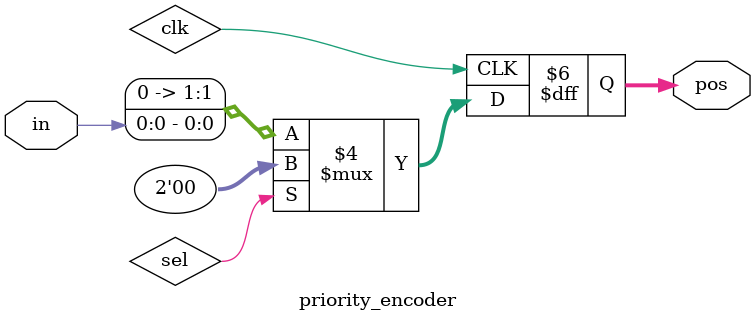
<source format=v>
module priority_encoder( 
input [2:0] in,
output reg [1:0] pos ); 
// When sel=1, assign b to out
// When sel=0, assign a to out
always @(posedge clk) begin
	if( sel==1 )
		pos <= 0;
	else
		pos <= in[0];
end
endmodule

</source>
